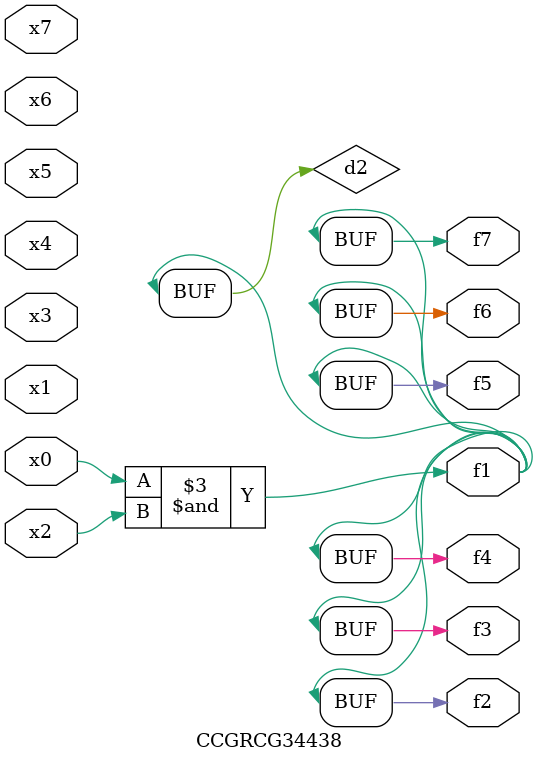
<source format=v>
module CCGRCG34438(
	input x0, x1, x2, x3, x4, x5, x6, x7,
	output f1, f2, f3, f4, f5, f6, f7
);

	wire d1, d2;

	nor (d1, x3, x6);
	and (d2, x0, x2);
	assign f1 = d2;
	assign f2 = d2;
	assign f3 = d2;
	assign f4 = d2;
	assign f5 = d2;
	assign f6 = d2;
	assign f7 = d2;
endmodule

</source>
